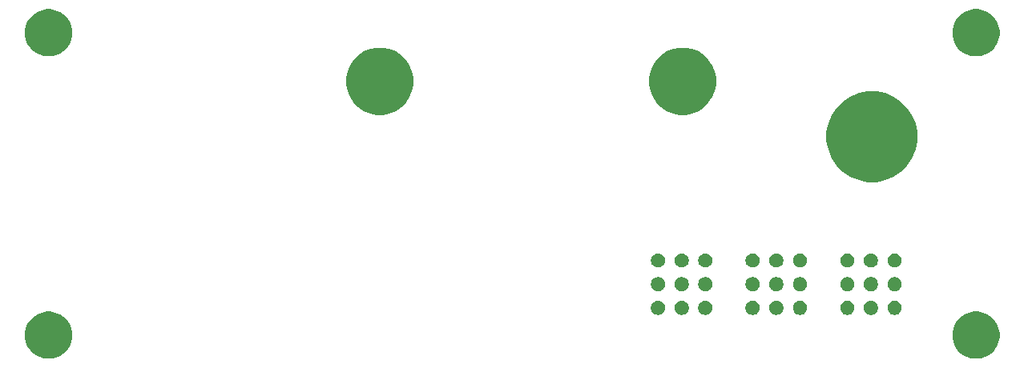
<source format=gts>
G04 #@! TF.GenerationSoftware,KiCad,Pcbnew,5.0.2-bee76a0~70~ubuntu16.04.1*
G04 #@! TF.CreationDate,2019-09-01T12:37:42-07:00*
G04 #@! TF.ProjectId,endcap,656e6463-6170-42e6-9b69-6361645f7063,rev?*
G04 #@! TF.SameCoordinates,PX2faf080PY2faf080*
G04 #@! TF.FileFunction,Soldermask,Top*
G04 #@! TF.FilePolarity,Negative*
%FSLAX46Y46*%
G04 Gerber Fmt 4.6, Leading zero omitted, Abs format (unit mm)*
G04 Created by KiCad (PCBNEW 5.0.2-bee76a0~70~ubuntu16.04.1) date Sun 01 Sep 2019 12:37:42 PM PDT*
%MOMM*%
%LPD*%
G01*
G04 APERTURE LIST*
%ADD10C,0.100000*%
G04 APERTURE END LIST*
D10*
G36*
X102487921Y-33547056D02*
X102729515Y-33595112D01*
X103184668Y-33783643D01*
X103588841Y-34053703D01*
X103594297Y-34057349D01*
X103942651Y-34405703D01*
X104216358Y-34815334D01*
X104404888Y-35270486D01*
X104501000Y-35753672D01*
X104501000Y-36246328D01*
X104404888Y-36729514D01*
X104216358Y-37184666D01*
X103942651Y-37594297D01*
X103594297Y-37942651D01*
X103594294Y-37942653D01*
X103184668Y-38216357D01*
X102729515Y-38404888D01*
X102487921Y-38452944D01*
X102246328Y-38501000D01*
X101753672Y-38501000D01*
X101512079Y-38452944D01*
X101270485Y-38404888D01*
X100815332Y-38216357D01*
X100405706Y-37942653D01*
X100405703Y-37942651D01*
X100057349Y-37594297D01*
X99783642Y-37184666D01*
X99595112Y-36729514D01*
X99499000Y-36246328D01*
X99499000Y-35753672D01*
X99595112Y-35270486D01*
X99783642Y-34815334D01*
X100057349Y-34405703D01*
X100405703Y-34057349D01*
X100411159Y-34053703D01*
X100815332Y-33783643D01*
X101270485Y-33595112D01*
X101512079Y-33547056D01*
X101753672Y-33499000D01*
X102246328Y-33499000D01*
X102487921Y-33547056D01*
X102487921Y-33547056D01*
G37*
G36*
X4487921Y-33547056D02*
X4729515Y-33595112D01*
X5184668Y-33783643D01*
X5588841Y-34053703D01*
X5594297Y-34057349D01*
X5942651Y-34405703D01*
X6216358Y-34815334D01*
X6404888Y-35270486D01*
X6501000Y-35753672D01*
X6501000Y-36246328D01*
X6404888Y-36729514D01*
X6216358Y-37184666D01*
X5942651Y-37594297D01*
X5594297Y-37942651D01*
X5594294Y-37942653D01*
X5184668Y-38216357D01*
X4729515Y-38404888D01*
X4487921Y-38452944D01*
X4246328Y-38501000D01*
X3753672Y-38501000D01*
X3512079Y-38452944D01*
X3270485Y-38404888D01*
X2815332Y-38216357D01*
X2405706Y-37942653D01*
X2405703Y-37942651D01*
X2057349Y-37594297D01*
X1783642Y-37184666D01*
X1595112Y-36729514D01*
X1499000Y-36246328D01*
X1499000Y-35753672D01*
X1595112Y-35270486D01*
X1783642Y-34815334D01*
X2057349Y-34405703D01*
X2405703Y-34057349D01*
X2411159Y-34053703D01*
X2815332Y-33783643D01*
X3270485Y-33595112D01*
X3512079Y-33547056D01*
X3753672Y-33499000D01*
X4246328Y-33499000D01*
X4487921Y-33547056D01*
X4487921Y-33547056D01*
G37*
G36*
X68532004Y-32360544D02*
X68619059Y-32377860D01*
X68755732Y-32434472D01*
X68755733Y-32434473D01*
X68878738Y-32516662D01*
X68983338Y-32621262D01*
X68983340Y-32621265D01*
X69065528Y-32744268D01*
X69122140Y-32880941D01*
X69151000Y-33026033D01*
X69151000Y-33173967D01*
X69122140Y-33319059D01*
X69065528Y-33455732D01*
X69065527Y-33455733D01*
X68983338Y-33578738D01*
X68878738Y-33683338D01*
X68878735Y-33683340D01*
X68755732Y-33765528D01*
X68619059Y-33822140D01*
X68532004Y-33839456D01*
X68473969Y-33851000D01*
X68326031Y-33851000D01*
X68267996Y-33839456D01*
X68180941Y-33822140D01*
X68044268Y-33765528D01*
X67921265Y-33683340D01*
X67921262Y-33683338D01*
X67816662Y-33578738D01*
X67734473Y-33455733D01*
X67734472Y-33455732D01*
X67677860Y-33319059D01*
X67649000Y-33173967D01*
X67649000Y-33026033D01*
X67677860Y-32880941D01*
X67734472Y-32744268D01*
X67816660Y-32621265D01*
X67816662Y-32621262D01*
X67921262Y-32516662D01*
X68044267Y-32434473D01*
X68044268Y-32434472D01*
X68180941Y-32377860D01*
X68267996Y-32360544D01*
X68326031Y-32349000D01*
X68473969Y-32349000D01*
X68532004Y-32360544D01*
X68532004Y-32360544D01*
G37*
G36*
X71032004Y-32360544D02*
X71119059Y-32377860D01*
X71255732Y-32434472D01*
X71255733Y-32434473D01*
X71378738Y-32516662D01*
X71483338Y-32621262D01*
X71483340Y-32621265D01*
X71565528Y-32744268D01*
X71622140Y-32880941D01*
X71651000Y-33026033D01*
X71651000Y-33173967D01*
X71622140Y-33319059D01*
X71565528Y-33455732D01*
X71565527Y-33455733D01*
X71483338Y-33578738D01*
X71378738Y-33683338D01*
X71378735Y-33683340D01*
X71255732Y-33765528D01*
X71119059Y-33822140D01*
X71032004Y-33839456D01*
X70973969Y-33851000D01*
X70826031Y-33851000D01*
X70767996Y-33839456D01*
X70680941Y-33822140D01*
X70544268Y-33765528D01*
X70421265Y-33683340D01*
X70421262Y-33683338D01*
X70316662Y-33578738D01*
X70234473Y-33455733D01*
X70234472Y-33455732D01*
X70177860Y-33319059D01*
X70149000Y-33173967D01*
X70149000Y-33026033D01*
X70177860Y-32880941D01*
X70234472Y-32744268D01*
X70316660Y-32621265D01*
X70316662Y-32621262D01*
X70421262Y-32516662D01*
X70544267Y-32434473D01*
X70544268Y-32434472D01*
X70680941Y-32377860D01*
X70767996Y-32360544D01*
X70826031Y-32349000D01*
X70973969Y-32349000D01*
X71032004Y-32360544D01*
X71032004Y-32360544D01*
G37*
G36*
X73532004Y-32360544D02*
X73619059Y-32377860D01*
X73755732Y-32434472D01*
X73755733Y-32434473D01*
X73878738Y-32516662D01*
X73983338Y-32621262D01*
X73983340Y-32621265D01*
X74065528Y-32744268D01*
X74122140Y-32880941D01*
X74151000Y-33026033D01*
X74151000Y-33173967D01*
X74122140Y-33319059D01*
X74065528Y-33455732D01*
X74065527Y-33455733D01*
X73983338Y-33578738D01*
X73878738Y-33683338D01*
X73878735Y-33683340D01*
X73755732Y-33765528D01*
X73619059Y-33822140D01*
X73532004Y-33839456D01*
X73473969Y-33851000D01*
X73326031Y-33851000D01*
X73267996Y-33839456D01*
X73180941Y-33822140D01*
X73044268Y-33765528D01*
X72921265Y-33683340D01*
X72921262Y-33683338D01*
X72816662Y-33578738D01*
X72734473Y-33455733D01*
X72734472Y-33455732D01*
X72677860Y-33319059D01*
X72649000Y-33173967D01*
X72649000Y-33026033D01*
X72677860Y-32880941D01*
X72734472Y-32744268D01*
X72816660Y-32621265D01*
X72816662Y-32621262D01*
X72921262Y-32516662D01*
X73044267Y-32434473D01*
X73044268Y-32434472D01*
X73180941Y-32377860D01*
X73267996Y-32360544D01*
X73326031Y-32349000D01*
X73473969Y-32349000D01*
X73532004Y-32360544D01*
X73532004Y-32360544D01*
G37*
G36*
X78532004Y-32360544D02*
X78619059Y-32377860D01*
X78755732Y-32434472D01*
X78755733Y-32434473D01*
X78878738Y-32516662D01*
X78983338Y-32621262D01*
X78983340Y-32621265D01*
X79065528Y-32744268D01*
X79122140Y-32880941D01*
X79151000Y-33026033D01*
X79151000Y-33173967D01*
X79122140Y-33319059D01*
X79065528Y-33455732D01*
X79065527Y-33455733D01*
X78983338Y-33578738D01*
X78878738Y-33683338D01*
X78878735Y-33683340D01*
X78755732Y-33765528D01*
X78619059Y-33822140D01*
X78532004Y-33839456D01*
X78473969Y-33851000D01*
X78326031Y-33851000D01*
X78267996Y-33839456D01*
X78180941Y-33822140D01*
X78044268Y-33765528D01*
X77921265Y-33683340D01*
X77921262Y-33683338D01*
X77816662Y-33578738D01*
X77734473Y-33455733D01*
X77734472Y-33455732D01*
X77677860Y-33319059D01*
X77649000Y-33173967D01*
X77649000Y-33026033D01*
X77677860Y-32880941D01*
X77734472Y-32744268D01*
X77816660Y-32621265D01*
X77816662Y-32621262D01*
X77921262Y-32516662D01*
X78044267Y-32434473D01*
X78044268Y-32434472D01*
X78180941Y-32377860D01*
X78267996Y-32360544D01*
X78326031Y-32349000D01*
X78473969Y-32349000D01*
X78532004Y-32360544D01*
X78532004Y-32360544D01*
G37*
G36*
X81032004Y-32360544D02*
X81119059Y-32377860D01*
X81255732Y-32434472D01*
X81255733Y-32434473D01*
X81378738Y-32516662D01*
X81483338Y-32621262D01*
X81483340Y-32621265D01*
X81565528Y-32744268D01*
X81622140Y-32880941D01*
X81651000Y-33026033D01*
X81651000Y-33173967D01*
X81622140Y-33319059D01*
X81565528Y-33455732D01*
X81565527Y-33455733D01*
X81483338Y-33578738D01*
X81378738Y-33683338D01*
X81378735Y-33683340D01*
X81255732Y-33765528D01*
X81119059Y-33822140D01*
X81032004Y-33839456D01*
X80973969Y-33851000D01*
X80826031Y-33851000D01*
X80767996Y-33839456D01*
X80680941Y-33822140D01*
X80544268Y-33765528D01*
X80421265Y-33683340D01*
X80421262Y-33683338D01*
X80316662Y-33578738D01*
X80234473Y-33455733D01*
X80234472Y-33455732D01*
X80177860Y-33319059D01*
X80149000Y-33173967D01*
X80149000Y-33026033D01*
X80177860Y-32880941D01*
X80234472Y-32744268D01*
X80316660Y-32621265D01*
X80316662Y-32621262D01*
X80421262Y-32516662D01*
X80544267Y-32434473D01*
X80544268Y-32434472D01*
X80680941Y-32377860D01*
X80767996Y-32360544D01*
X80826031Y-32349000D01*
X80973969Y-32349000D01*
X81032004Y-32360544D01*
X81032004Y-32360544D01*
G37*
G36*
X83532004Y-32360544D02*
X83619059Y-32377860D01*
X83755732Y-32434472D01*
X83755733Y-32434473D01*
X83878738Y-32516662D01*
X83983338Y-32621262D01*
X83983340Y-32621265D01*
X84065528Y-32744268D01*
X84122140Y-32880941D01*
X84151000Y-33026033D01*
X84151000Y-33173967D01*
X84122140Y-33319059D01*
X84065528Y-33455732D01*
X84065527Y-33455733D01*
X83983338Y-33578738D01*
X83878738Y-33683338D01*
X83878735Y-33683340D01*
X83755732Y-33765528D01*
X83619059Y-33822140D01*
X83532004Y-33839456D01*
X83473969Y-33851000D01*
X83326031Y-33851000D01*
X83267996Y-33839456D01*
X83180941Y-33822140D01*
X83044268Y-33765528D01*
X82921265Y-33683340D01*
X82921262Y-33683338D01*
X82816662Y-33578738D01*
X82734473Y-33455733D01*
X82734472Y-33455732D01*
X82677860Y-33319059D01*
X82649000Y-33173967D01*
X82649000Y-33026033D01*
X82677860Y-32880941D01*
X82734472Y-32744268D01*
X82816660Y-32621265D01*
X82816662Y-32621262D01*
X82921262Y-32516662D01*
X83044267Y-32434473D01*
X83044268Y-32434472D01*
X83180941Y-32377860D01*
X83267996Y-32360544D01*
X83326031Y-32349000D01*
X83473969Y-32349000D01*
X83532004Y-32360544D01*
X83532004Y-32360544D01*
G37*
G36*
X88532004Y-32360544D02*
X88619059Y-32377860D01*
X88755732Y-32434472D01*
X88755733Y-32434473D01*
X88878738Y-32516662D01*
X88983338Y-32621262D01*
X88983340Y-32621265D01*
X89065528Y-32744268D01*
X89122140Y-32880941D01*
X89151000Y-33026033D01*
X89151000Y-33173967D01*
X89122140Y-33319059D01*
X89065528Y-33455732D01*
X89065527Y-33455733D01*
X88983338Y-33578738D01*
X88878738Y-33683338D01*
X88878735Y-33683340D01*
X88755732Y-33765528D01*
X88619059Y-33822140D01*
X88532004Y-33839456D01*
X88473969Y-33851000D01*
X88326031Y-33851000D01*
X88267996Y-33839456D01*
X88180941Y-33822140D01*
X88044268Y-33765528D01*
X87921265Y-33683340D01*
X87921262Y-33683338D01*
X87816662Y-33578738D01*
X87734473Y-33455733D01*
X87734472Y-33455732D01*
X87677860Y-33319059D01*
X87649000Y-33173967D01*
X87649000Y-33026033D01*
X87677860Y-32880941D01*
X87734472Y-32744268D01*
X87816660Y-32621265D01*
X87816662Y-32621262D01*
X87921262Y-32516662D01*
X88044267Y-32434473D01*
X88044268Y-32434472D01*
X88180941Y-32377860D01*
X88267996Y-32360544D01*
X88326031Y-32349000D01*
X88473969Y-32349000D01*
X88532004Y-32360544D01*
X88532004Y-32360544D01*
G37*
G36*
X91032004Y-32360544D02*
X91119059Y-32377860D01*
X91255732Y-32434472D01*
X91255733Y-32434473D01*
X91378738Y-32516662D01*
X91483338Y-32621262D01*
X91483340Y-32621265D01*
X91565528Y-32744268D01*
X91622140Y-32880941D01*
X91651000Y-33026033D01*
X91651000Y-33173967D01*
X91622140Y-33319059D01*
X91565528Y-33455732D01*
X91565527Y-33455733D01*
X91483338Y-33578738D01*
X91378738Y-33683338D01*
X91378735Y-33683340D01*
X91255732Y-33765528D01*
X91119059Y-33822140D01*
X91032004Y-33839456D01*
X90973969Y-33851000D01*
X90826031Y-33851000D01*
X90767996Y-33839456D01*
X90680941Y-33822140D01*
X90544268Y-33765528D01*
X90421265Y-33683340D01*
X90421262Y-33683338D01*
X90316662Y-33578738D01*
X90234473Y-33455733D01*
X90234472Y-33455732D01*
X90177860Y-33319059D01*
X90149000Y-33173967D01*
X90149000Y-33026033D01*
X90177860Y-32880941D01*
X90234472Y-32744268D01*
X90316660Y-32621265D01*
X90316662Y-32621262D01*
X90421262Y-32516662D01*
X90544267Y-32434473D01*
X90544268Y-32434472D01*
X90680941Y-32377860D01*
X90767996Y-32360544D01*
X90826031Y-32349000D01*
X90973969Y-32349000D01*
X91032004Y-32360544D01*
X91032004Y-32360544D01*
G37*
G36*
X93532004Y-32360544D02*
X93619059Y-32377860D01*
X93755732Y-32434472D01*
X93755733Y-32434473D01*
X93878738Y-32516662D01*
X93983338Y-32621262D01*
X93983340Y-32621265D01*
X94065528Y-32744268D01*
X94122140Y-32880941D01*
X94151000Y-33026033D01*
X94151000Y-33173967D01*
X94122140Y-33319059D01*
X94065528Y-33455732D01*
X94065527Y-33455733D01*
X93983338Y-33578738D01*
X93878738Y-33683338D01*
X93878735Y-33683340D01*
X93755732Y-33765528D01*
X93619059Y-33822140D01*
X93532004Y-33839456D01*
X93473969Y-33851000D01*
X93326031Y-33851000D01*
X93267996Y-33839456D01*
X93180941Y-33822140D01*
X93044268Y-33765528D01*
X92921265Y-33683340D01*
X92921262Y-33683338D01*
X92816662Y-33578738D01*
X92734473Y-33455733D01*
X92734472Y-33455732D01*
X92677860Y-33319059D01*
X92649000Y-33173967D01*
X92649000Y-33026033D01*
X92677860Y-32880941D01*
X92734472Y-32744268D01*
X92816660Y-32621265D01*
X92816662Y-32621262D01*
X92921262Y-32516662D01*
X93044267Y-32434473D01*
X93044268Y-32434472D01*
X93180941Y-32377860D01*
X93267996Y-32360544D01*
X93326031Y-32349000D01*
X93473969Y-32349000D01*
X93532004Y-32360544D01*
X93532004Y-32360544D01*
G37*
G36*
X68532004Y-29860544D02*
X68619059Y-29877860D01*
X68755732Y-29934472D01*
X68755733Y-29934473D01*
X68878738Y-30016662D01*
X68983338Y-30121262D01*
X68983340Y-30121265D01*
X69065528Y-30244268D01*
X69122140Y-30380941D01*
X69151000Y-30526033D01*
X69151000Y-30673967D01*
X69122140Y-30819059D01*
X69065528Y-30955732D01*
X69065527Y-30955733D01*
X68983338Y-31078738D01*
X68878738Y-31183338D01*
X68878735Y-31183340D01*
X68755732Y-31265528D01*
X68619059Y-31322140D01*
X68532004Y-31339456D01*
X68473969Y-31351000D01*
X68326031Y-31351000D01*
X68267996Y-31339456D01*
X68180941Y-31322140D01*
X68044268Y-31265528D01*
X67921265Y-31183340D01*
X67921262Y-31183338D01*
X67816662Y-31078738D01*
X67734473Y-30955733D01*
X67734472Y-30955732D01*
X67677860Y-30819059D01*
X67649000Y-30673967D01*
X67649000Y-30526033D01*
X67677860Y-30380941D01*
X67734472Y-30244268D01*
X67816660Y-30121265D01*
X67816662Y-30121262D01*
X67921262Y-30016662D01*
X68044267Y-29934473D01*
X68044268Y-29934472D01*
X68180941Y-29877860D01*
X68267996Y-29860544D01*
X68326031Y-29849000D01*
X68473969Y-29849000D01*
X68532004Y-29860544D01*
X68532004Y-29860544D01*
G37*
G36*
X73532004Y-29860544D02*
X73619059Y-29877860D01*
X73755732Y-29934472D01*
X73755733Y-29934473D01*
X73878738Y-30016662D01*
X73983338Y-30121262D01*
X73983340Y-30121265D01*
X74065528Y-30244268D01*
X74122140Y-30380941D01*
X74151000Y-30526033D01*
X74151000Y-30673967D01*
X74122140Y-30819059D01*
X74065528Y-30955732D01*
X74065527Y-30955733D01*
X73983338Y-31078738D01*
X73878738Y-31183338D01*
X73878735Y-31183340D01*
X73755732Y-31265528D01*
X73619059Y-31322140D01*
X73532004Y-31339456D01*
X73473969Y-31351000D01*
X73326031Y-31351000D01*
X73267996Y-31339456D01*
X73180941Y-31322140D01*
X73044268Y-31265528D01*
X72921265Y-31183340D01*
X72921262Y-31183338D01*
X72816662Y-31078738D01*
X72734473Y-30955733D01*
X72734472Y-30955732D01*
X72677860Y-30819059D01*
X72649000Y-30673967D01*
X72649000Y-30526033D01*
X72677860Y-30380941D01*
X72734472Y-30244268D01*
X72816660Y-30121265D01*
X72816662Y-30121262D01*
X72921262Y-30016662D01*
X73044267Y-29934473D01*
X73044268Y-29934472D01*
X73180941Y-29877860D01*
X73267996Y-29860544D01*
X73326031Y-29849000D01*
X73473969Y-29849000D01*
X73532004Y-29860544D01*
X73532004Y-29860544D01*
G37*
G36*
X71032004Y-29860544D02*
X71119059Y-29877860D01*
X71255732Y-29934472D01*
X71255733Y-29934473D01*
X71378738Y-30016662D01*
X71483338Y-30121262D01*
X71483340Y-30121265D01*
X71565528Y-30244268D01*
X71622140Y-30380941D01*
X71651000Y-30526033D01*
X71651000Y-30673967D01*
X71622140Y-30819059D01*
X71565528Y-30955732D01*
X71565527Y-30955733D01*
X71483338Y-31078738D01*
X71378738Y-31183338D01*
X71378735Y-31183340D01*
X71255732Y-31265528D01*
X71119059Y-31322140D01*
X71032004Y-31339456D01*
X70973969Y-31351000D01*
X70826031Y-31351000D01*
X70767996Y-31339456D01*
X70680941Y-31322140D01*
X70544268Y-31265528D01*
X70421265Y-31183340D01*
X70421262Y-31183338D01*
X70316662Y-31078738D01*
X70234473Y-30955733D01*
X70234472Y-30955732D01*
X70177860Y-30819059D01*
X70149000Y-30673967D01*
X70149000Y-30526033D01*
X70177860Y-30380941D01*
X70234472Y-30244268D01*
X70316660Y-30121265D01*
X70316662Y-30121262D01*
X70421262Y-30016662D01*
X70544267Y-29934473D01*
X70544268Y-29934472D01*
X70680941Y-29877860D01*
X70767996Y-29860544D01*
X70826031Y-29849000D01*
X70973969Y-29849000D01*
X71032004Y-29860544D01*
X71032004Y-29860544D01*
G37*
G36*
X81032004Y-29860544D02*
X81119059Y-29877860D01*
X81255732Y-29934472D01*
X81255733Y-29934473D01*
X81378738Y-30016662D01*
X81483338Y-30121262D01*
X81483340Y-30121265D01*
X81565528Y-30244268D01*
X81622140Y-30380941D01*
X81651000Y-30526033D01*
X81651000Y-30673967D01*
X81622140Y-30819059D01*
X81565528Y-30955732D01*
X81565527Y-30955733D01*
X81483338Y-31078738D01*
X81378738Y-31183338D01*
X81378735Y-31183340D01*
X81255732Y-31265528D01*
X81119059Y-31322140D01*
X81032004Y-31339456D01*
X80973969Y-31351000D01*
X80826031Y-31351000D01*
X80767996Y-31339456D01*
X80680941Y-31322140D01*
X80544268Y-31265528D01*
X80421265Y-31183340D01*
X80421262Y-31183338D01*
X80316662Y-31078738D01*
X80234473Y-30955733D01*
X80234472Y-30955732D01*
X80177860Y-30819059D01*
X80149000Y-30673967D01*
X80149000Y-30526033D01*
X80177860Y-30380941D01*
X80234472Y-30244268D01*
X80316660Y-30121265D01*
X80316662Y-30121262D01*
X80421262Y-30016662D01*
X80544267Y-29934473D01*
X80544268Y-29934472D01*
X80680941Y-29877860D01*
X80767996Y-29860544D01*
X80826031Y-29849000D01*
X80973969Y-29849000D01*
X81032004Y-29860544D01*
X81032004Y-29860544D01*
G37*
G36*
X88532004Y-29860544D02*
X88619059Y-29877860D01*
X88755732Y-29934472D01*
X88755733Y-29934473D01*
X88878738Y-30016662D01*
X88983338Y-30121262D01*
X88983340Y-30121265D01*
X89065528Y-30244268D01*
X89122140Y-30380941D01*
X89151000Y-30526033D01*
X89151000Y-30673967D01*
X89122140Y-30819059D01*
X89065528Y-30955732D01*
X89065527Y-30955733D01*
X88983338Y-31078738D01*
X88878738Y-31183338D01*
X88878735Y-31183340D01*
X88755732Y-31265528D01*
X88619059Y-31322140D01*
X88532004Y-31339456D01*
X88473969Y-31351000D01*
X88326031Y-31351000D01*
X88267996Y-31339456D01*
X88180941Y-31322140D01*
X88044268Y-31265528D01*
X87921265Y-31183340D01*
X87921262Y-31183338D01*
X87816662Y-31078738D01*
X87734473Y-30955733D01*
X87734472Y-30955732D01*
X87677860Y-30819059D01*
X87649000Y-30673967D01*
X87649000Y-30526033D01*
X87677860Y-30380941D01*
X87734472Y-30244268D01*
X87816660Y-30121265D01*
X87816662Y-30121262D01*
X87921262Y-30016662D01*
X88044267Y-29934473D01*
X88044268Y-29934472D01*
X88180941Y-29877860D01*
X88267996Y-29860544D01*
X88326031Y-29849000D01*
X88473969Y-29849000D01*
X88532004Y-29860544D01*
X88532004Y-29860544D01*
G37*
G36*
X93532004Y-29860544D02*
X93619059Y-29877860D01*
X93755732Y-29934472D01*
X93755733Y-29934473D01*
X93878738Y-30016662D01*
X93983338Y-30121262D01*
X93983340Y-30121265D01*
X94065528Y-30244268D01*
X94122140Y-30380941D01*
X94151000Y-30526033D01*
X94151000Y-30673967D01*
X94122140Y-30819059D01*
X94065528Y-30955732D01*
X94065527Y-30955733D01*
X93983338Y-31078738D01*
X93878738Y-31183338D01*
X93878735Y-31183340D01*
X93755732Y-31265528D01*
X93619059Y-31322140D01*
X93532004Y-31339456D01*
X93473969Y-31351000D01*
X93326031Y-31351000D01*
X93267996Y-31339456D01*
X93180941Y-31322140D01*
X93044268Y-31265528D01*
X92921265Y-31183340D01*
X92921262Y-31183338D01*
X92816662Y-31078738D01*
X92734473Y-30955733D01*
X92734472Y-30955732D01*
X92677860Y-30819059D01*
X92649000Y-30673967D01*
X92649000Y-30526033D01*
X92677860Y-30380941D01*
X92734472Y-30244268D01*
X92816660Y-30121265D01*
X92816662Y-30121262D01*
X92921262Y-30016662D01*
X93044267Y-29934473D01*
X93044268Y-29934472D01*
X93180941Y-29877860D01*
X93267996Y-29860544D01*
X93326031Y-29849000D01*
X93473969Y-29849000D01*
X93532004Y-29860544D01*
X93532004Y-29860544D01*
G37*
G36*
X83532004Y-29860544D02*
X83619059Y-29877860D01*
X83755732Y-29934472D01*
X83755733Y-29934473D01*
X83878738Y-30016662D01*
X83983338Y-30121262D01*
X83983340Y-30121265D01*
X84065528Y-30244268D01*
X84122140Y-30380941D01*
X84151000Y-30526033D01*
X84151000Y-30673967D01*
X84122140Y-30819059D01*
X84065528Y-30955732D01*
X84065527Y-30955733D01*
X83983338Y-31078738D01*
X83878738Y-31183338D01*
X83878735Y-31183340D01*
X83755732Y-31265528D01*
X83619059Y-31322140D01*
X83532004Y-31339456D01*
X83473969Y-31351000D01*
X83326031Y-31351000D01*
X83267996Y-31339456D01*
X83180941Y-31322140D01*
X83044268Y-31265528D01*
X82921265Y-31183340D01*
X82921262Y-31183338D01*
X82816662Y-31078738D01*
X82734473Y-30955733D01*
X82734472Y-30955732D01*
X82677860Y-30819059D01*
X82649000Y-30673967D01*
X82649000Y-30526033D01*
X82677860Y-30380941D01*
X82734472Y-30244268D01*
X82816660Y-30121265D01*
X82816662Y-30121262D01*
X82921262Y-30016662D01*
X83044267Y-29934473D01*
X83044268Y-29934472D01*
X83180941Y-29877860D01*
X83267996Y-29860544D01*
X83326031Y-29849000D01*
X83473969Y-29849000D01*
X83532004Y-29860544D01*
X83532004Y-29860544D01*
G37*
G36*
X91032004Y-29860544D02*
X91119059Y-29877860D01*
X91255732Y-29934472D01*
X91255733Y-29934473D01*
X91378738Y-30016662D01*
X91483338Y-30121262D01*
X91483340Y-30121265D01*
X91565528Y-30244268D01*
X91622140Y-30380941D01*
X91651000Y-30526033D01*
X91651000Y-30673967D01*
X91622140Y-30819059D01*
X91565528Y-30955732D01*
X91565527Y-30955733D01*
X91483338Y-31078738D01*
X91378738Y-31183338D01*
X91378735Y-31183340D01*
X91255732Y-31265528D01*
X91119059Y-31322140D01*
X91032004Y-31339456D01*
X90973969Y-31351000D01*
X90826031Y-31351000D01*
X90767996Y-31339456D01*
X90680941Y-31322140D01*
X90544268Y-31265528D01*
X90421265Y-31183340D01*
X90421262Y-31183338D01*
X90316662Y-31078738D01*
X90234473Y-30955733D01*
X90234472Y-30955732D01*
X90177860Y-30819059D01*
X90149000Y-30673967D01*
X90149000Y-30526033D01*
X90177860Y-30380941D01*
X90234472Y-30244268D01*
X90316660Y-30121265D01*
X90316662Y-30121262D01*
X90421262Y-30016662D01*
X90544267Y-29934473D01*
X90544268Y-29934472D01*
X90680941Y-29877860D01*
X90767996Y-29860544D01*
X90826031Y-29849000D01*
X90973969Y-29849000D01*
X91032004Y-29860544D01*
X91032004Y-29860544D01*
G37*
G36*
X78532004Y-29860544D02*
X78619059Y-29877860D01*
X78755732Y-29934472D01*
X78755733Y-29934473D01*
X78878738Y-30016662D01*
X78983338Y-30121262D01*
X78983340Y-30121265D01*
X79065528Y-30244268D01*
X79122140Y-30380941D01*
X79151000Y-30526033D01*
X79151000Y-30673967D01*
X79122140Y-30819059D01*
X79065528Y-30955732D01*
X79065527Y-30955733D01*
X78983338Y-31078738D01*
X78878738Y-31183338D01*
X78878735Y-31183340D01*
X78755732Y-31265528D01*
X78619059Y-31322140D01*
X78532004Y-31339456D01*
X78473969Y-31351000D01*
X78326031Y-31351000D01*
X78267996Y-31339456D01*
X78180941Y-31322140D01*
X78044268Y-31265528D01*
X77921265Y-31183340D01*
X77921262Y-31183338D01*
X77816662Y-31078738D01*
X77734473Y-30955733D01*
X77734472Y-30955732D01*
X77677860Y-30819059D01*
X77649000Y-30673967D01*
X77649000Y-30526033D01*
X77677860Y-30380941D01*
X77734472Y-30244268D01*
X77816660Y-30121265D01*
X77816662Y-30121262D01*
X77921262Y-30016662D01*
X78044267Y-29934473D01*
X78044268Y-29934472D01*
X78180941Y-29877860D01*
X78267996Y-29860544D01*
X78326031Y-29849000D01*
X78473969Y-29849000D01*
X78532004Y-29860544D01*
X78532004Y-29860544D01*
G37*
G36*
X91032004Y-27360544D02*
X91119059Y-27377860D01*
X91255732Y-27434472D01*
X91255733Y-27434473D01*
X91378738Y-27516662D01*
X91483338Y-27621262D01*
X91483340Y-27621265D01*
X91565528Y-27744268D01*
X91622140Y-27880941D01*
X91651000Y-28026033D01*
X91651000Y-28173967D01*
X91622140Y-28319059D01*
X91565528Y-28455732D01*
X91565527Y-28455733D01*
X91483338Y-28578738D01*
X91378738Y-28683338D01*
X91378735Y-28683340D01*
X91255732Y-28765528D01*
X91119059Y-28822140D01*
X91032004Y-28839456D01*
X90973969Y-28851000D01*
X90826031Y-28851000D01*
X90767996Y-28839456D01*
X90680941Y-28822140D01*
X90544268Y-28765528D01*
X90421265Y-28683340D01*
X90421262Y-28683338D01*
X90316662Y-28578738D01*
X90234473Y-28455733D01*
X90234472Y-28455732D01*
X90177860Y-28319059D01*
X90149000Y-28173967D01*
X90149000Y-28026033D01*
X90177860Y-27880941D01*
X90234472Y-27744268D01*
X90316660Y-27621265D01*
X90316662Y-27621262D01*
X90421262Y-27516662D01*
X90544267Y-27434473D01*
X90544268Y-27434472D01*
X90680941Y-27377860D01*
X90767996Y-27360544D01*
X90826031Y-27349000D01*
X90973969Y-27349000D01*
X91032004Y-27360544D01*
X91032004Y-27360544D01*
G37*
G36*
X68532004Y-27360544D02*
X68619059Y-27377860D01*
X68755732Y-27434472D01*
X68755733Y-27434473D01*
X68878738Y-27516662D01*
X68983338Y-27621262D01*
X68983340Y-27621265D01*
X69065528Y-27744268D01*
X69122140Y-27880941D01*
X69151000Y-28026033D01*
X69151000Y-28173967D01*
X69122140Y-28319059D01*
X69065528Y-28455732D01*
X69065527Y-28455733D01*
X68983338Y-28578738D01*
X68878738Y-28683338D01*
X68878735Y-28683340D01*
X68755732Y-28765528D01*
X68619059Y-28822140D01*
X68532004Y-28839456D01*
X68473969Y-28851000D01*
X68326031Y-28851000D01*
X68267996Y-28839456D01*
X68180941Y-28822140D01*
X68044268Y-28765528D01*
X67921265Y-28683340D01*
X67921262Y-28683338D01*
X67816662Y-28578738D01*
X67734473Y-28455733D01*
X67734472Y-28455732D01*
X67677860Y-28319059D01*
X67649000Y-28173967D01*
X67649000Y-28026033D01*
X67677860Y-27880941D01*
X67734472Y-27744268D01*
X67816660Y-27621265D01*
X67816662Y-27621262D01*
X67921262Y-27516662D01*
X68044267Y-27434473D01*
X68044268Y-27434472D01*
X68180941Y-27377860D01*
X68267996Y-27360544D01*
X68326031Y-27349000D01*
X68473969Y-27349000D01*
X68532004Y-27360544D01*
X68532004Y-27360544D01*
G37*
G36*
X71032004Y-27360544D02*
X71119059Y-27377860D01*
X71255732Y-27434472D01*
X71255733Y-27434473D01*
X71378738Y-27516662D01*
X71483338Y-27621262D01*
X71483340Y-27621265D01*
X71565528Y-27744268D01*
X71622140Y-27880941D01*
X71651000Y-28026033D01*
X71651000Y-28173967D01*
X71622140Y-28319059D01*
X71565528Y-28455732D01*
X71565527Y-28455733D01*
X71483338Y-28578738D01*
X71378738Y-28683338D01*
X71378735Y-28683340D01*
X71255732Y-28765528D01*
X71119059Y-28822140D01*
X71032004Y-28839456D01*
X70973969Y-28851000D01*
X70826031Y-28851000D01*
X70767996Y-28839456D01*
X70680941Y-28822140D01*
X70544268Y-28765528D01*
X70421265Y-28683340D01*
X70421262Y-28683338D01*
X70316662Y-28578738D01*
X70234473Y-28455733D01*
X70234472Y-28455732D01*
X70177860Y-28319059D01*
X70149000Y-28173967D01*
X70149000Y-28026033D01*
X70177860Y-27880941D01*
X70234472Y-27744268D01*
X70316660Y-27621265D01*
X70316662Y-27621262D01*
X70421262Y-27516662D01*
X70544267Y-27434473D01*
X70544268Y-27434472D01*
X70680941Y-27377860D01*
X70767996Y-27360544D01*
X70826031Y-27349000D01*
X70973969Y-27349000D01*
X71032004Y-27360544D01*
X71032004Y-27360544D01*
G37*
G36*
X73532004Y-27360544D02*
X73619059Y-27377860D01*
X73755732Y-27434472D01*
X73755733Y-27434473D01*
X73878738Y-27516662D01*
X73983338Y-27621262D01*
X73983340Y-27621265D01*
X74065528Y-27744268D01*
X74122140Y-27880941D01*
X74151000Y-28026033D01*
X74151000Y-28173967D01*
X74122140Y-28319059D01*
X74065528Y-28455732D01*
X74065527Y-28455733D01*
X73983338Y-28578738D01*
X73878738Y-28683338D01*
X73878735Y-28683340D01*
X73755732Y-28765528D01*
X73619059Y-28822140D01*
X73532004Y-28839456D01*
X73473969Y-28851000D01*
X73326031Y-28851000D01*
X73267996Y-28839456D01*
X73180941Y-28822140D01*
X73044268Y-28765528D01*
X72921265Y-28683340D01*
X72921262Y-28683338D01*
X72816662Y-28578738D01*
X72734473Y-28455733D01*
X72734472Y-28455732D01*
X72677860Y-28319059D01*
X72649000Y-28173967D01*
X72649000Y-28026033D01*
X72677860Y-27880941D01*
X72734472Y-27744268D01*
X72816660Y-27621265D01*
X72816662Y-27621262D01*
X72921262Y-27516662D01*
X73044267Y-27434473D01*
X73044268Y-27434472D01*
X73180941Y-27377860D01*
X73267996Y-27360544D01*
X73326031Y-27349000D01*
X73473969Y-27349000D01*
X73532004Y-27360544D01*
X73532004Y-27360544D01*
G37*
G36*
X93532004Y-27360544D02*
X93619059Y-27377860D01*
X93755732Y-27434472D01*
X93755733Y-27434473D01*
X93878738Y-27516662D01*
X93983338Y-27621262D01*
X93983340Y-27621265D01*
X94065528Y-27744268D01*
X94122140Y-27880941D01*
X94151000Y-28026033D01*
X94151000Y-28173967D01*
X94122140Y-28319059D01*
X94065528Y-28455732D01*
X94065527Y-28455733D01*
X93983338Y-28578738D01*
X93878738Y-28683338D01*
X93878735Y-28683340D01*
X93755732Y-28765528D01*
X93619059Y-28822140D01*
X93532004Y-28839456D01*
X93473969Y-28851000D01*
X93326031Y-28851000D01*
X93267996Y-28839456D01*
X93180941Y-28822140D01*
X93044268Y-28765528D01*
X92921265Y-28683340D01*
X92921262Y-28683338D01*
X92816662Y-28578738D01*
X92734473Y-28455733D01*
X92734472Y-28455732D01*
X92677860Y-28319059D01*
X92649000Y-28173967D01*
X92649000Y-28026033D01*
X92677860Y-27880941D01*
X92734472Y-27744268D01*
X92816660Y-27621265D01*
X92816662Y-27621262D01*
X92921262Y-27516662D01*
X93044267Y-27434473D01*
X93044268Y-27434472D01*
X93180941Y-27377860D01*
X93267996Y-27360544D01*
X93326031Y-27349000D01*
X93473969Y-27349000D01*
X93532004Y-27360544D01*
X93532004Y-27360544D01*
G37*
G36*
X88532004Y-27360544D02*
X88619059Y-27377860D01*
X88755732Y-27434472D01*
X88755733Y-27434473D01*
X88878738Y-27516662D01*
X88983338Y-27621262D01*
X88983340Y-27621265D01*
X89065528Y-27744268D01*
X89122140Y-27880941D01*
X89151000Y-28026033D01*
X89151000Y-28173967D01*
X89122140Y-28319059D01*
X89065528Y-28455732D01*
X89065527Y-28455733D01*
X88983338Y-28578738D01*
X88878738Y-28683338D01*
X88878735Y-28683340D01*
X88755732Y-28765528D01*
X88619059Y-28822140D01*
X88532004Y-28839456D01*
X88473969Y-28851000D01*
X88326031Y-28851000D01*
X88267996Y-28839456D01*
X88180941Y-28822140D01*
X88044268Y-28765528D01*
X87921265Y-28683340D01*
X87921262Y-28683338D01*
X87816662Y-28578738D01*
X87734473Y-28455733D01*
X87734472Y-28455732D01*
X87677860Y-28319059D01*
X87649000Y-28173967D01*
X87649000Y-28026033D01*
X87677860Y-27880941D01*
X87734472Y-27744268D01*
X87816660Y-27621265D01*
X87816662Y-27621262D01*
X87921262Y-27516662D01*
X88044267Y-27434473D01*
X88044268Y-27434472D01*
X88180941Y-27377860D01*
X88267996Y-27360544D01*
X88326031Y-27349000D01*
X88473969Y-27349000D01*
X88532004Y-27360544D01*
X88532004Y-27360544D01*
G37*
G36*
X83532004Y-27360544D02*
X83619059Y-27377860D01*
X83755732Y-27434472D01*
X83755733Y-27434473D01*
X83878738Y-27516662D01*
X83983338Y-27621262D01*
X83983340Y-27621265D01*
X84065528Y-27744268D01*
X84122140Y-27880941D01*
X84151000Y-28026033D01*
X84151000Y-28173967D01*
X84122140Y-28319059D01*
X84065528Y-28455732D01*
X84065527Y-28455733D01*
X83983338Y-28578738D01*
X83878738Y-28683338D01*
X83878735Y-28683340D01*
X83755732Y-28765528D01*
X83619059Y-28822140D01*
X83532004Y-28839456D01*
X83473969Y-28851000D01*
X83326031Y-28851000D01*
X83267996Y-28839456D01*
X83180941Y-28822140D01*
X83044268Y-28765528D01*
X82921265Y-28683340D01*
X82921262Y-28683338D01*
X82816662Y-28578738D01*
X82734473Y-28455733D01*
X82734472Y-28455732D01*
X82677860Y-28319059D01*
X82649000Y-28173967D01*
X82649000Y-28026033D01*
X82677860Y-27880941D01*
X82734472Y-27744268D01*
X82816660Y-27621265D01*
X82816662Y-27621262D01*
X82921262Y-27516662D01*
X83044267Y-27434473D01*
X83044268Y-27434472D01*
X83180941Y-27377860D01*
X83267996Y-27360544D01*
X83326031Y-27349000D01*
X83473969Y-27349000D01*
X83532004Y-27360544D01*
X83532004Y-27360544D01*
G37*
G36*
X81032004Y-27360544D02*
X81119059Y-27377860D01*
X81255732Y-27434472D01*
X81255733Y-27434473D01*
X81378738Y-27516662D01*
X81483338Y-27621262D01*
X81483340Y-27621265D01*
X81565528Y-27744268D01*
X81622140Y-27880941D01*
X81651000Y-28026033D01*
X81651000Y-28173967D01*
X81622140Y-28319059D01*
X81565528Y-28455732D01*
X81565527Y-28455733D01*
X81483338Y-28578738D01*
X81378738Y-28683338D01*
X81378735Y-28683340D01*
X81255732Y-28765528D01*
X81119059Y-28822140D01*
X81032004Y-28839456D01*
X80973969Y-28851000D01*
X80826031Y-28851000D01*
X80767996Y-28839456D01*
X80680941Y-28822140D01*
X80544268Y-28765528D01*
X80421265Y-28683340D01*
X80421262Y-28683338D01*
X80316662Y-28578738D01*
X80234473Y-28455733D01*
X80234472Y-28455732D01*
X80177860Y-28319059D01*
X80149000Y-28173967D01*
X80149000Y-28026033D01*
X80177860Y-27880941D01*
X80234472Y-27744268D01*
X80316660Y-27621265D01*
X80316662Y-27621262D01*
X80421262Y-27516662D01*
X80544267Y-27434473D01*
X80544268Y-27434472D01*
X80680941Y-27377860D01*
X80767996Y-27360544D01*
X80826031Y-27349000D01*
X80973969Y-27349000D01*
X81032004Y-27360544D01*
X81032004Y-27360544D01*
G37*
G36*
X78532004Y-27360544D02*
X78619059Y-27377860D01*
X78755732Y-27434472D01*
X78755733Y-27434473D01*
X78878738Y-27516662D01*
X78983338Y-27621262D01*
X78983340Y-27621265D01*
X79065528Y-27744268D01*
X79122140Y-27880941D01*
X79151000Y-28026033D01*
X79151000Y-28173967D01*
X79122140Y-28319059D01*
X79065528Y-28455732D01*
X79065527Y-28455733D01*
X78983338Y-28578738D01*
X78878738Y-28683338D01*
X78878735Y-28683340D01*
X78755732Y-28765528D01*
X78619059Y-28822140D01*
X78532004Y-28839456D01*
X78473969Y-28851000D01*
X78326031Y-28851000D01*
X78267996Y-28839456D01*
X78180941Y-28822140D01*
X78044268Y-28765528D01*
X77921265Y-28683340D01*
X77921262Y-28683338D01*
X77816662Y-28578738D01*
X77734473Y-28455733D01*
X77734472Y-28455732D01*
X77677860Y-28319059D01*
X77649000Y-28173967D01*
X77649000Y-28026033D01*
X77677860Y-27880941D01*
X77734472Y-27744268D01*
X77816660Y-27621265D01*
X77816662Y-27621262D01*
X77921262Y-27516662D01*
X78044267Y-27434473D01*
X78044268Y-27434472D01*
X78180941Y-27377860D01*
X78267996Y-27360544D01*
X78326031Y-27349000D01*
X78473969Y-27349000D01*
X78532004Y-27360544D01*
X78532004Y-27360544D01*
G37*
G36*
X92400399Y-10383499D02*
X93274125Y-10745408D01*
X94060462Y-11270822D01*
X94729178Y-11939538D01*
X95254592Y-12725875D01*
X95616501Y-13599601D01*
X95801000Y-14527141D01*
X95801000Y-15472859D01*
X95616501Y-16400399D01*
X95254592Y-17274125D01*
X94729178Y-18060462D01*
X94060462Y-18729178D01*
X93274125Y-19254592D01*
X92400399Y-19616501D01*
X91472859Y-19801000D01*
X90527141Y-19801000D01*
X89599601Y-19616501D01*
X88725875Y-19254592D01*
X87939538Y-18729178D01*
X87270822Y-18060462D01*
X86745408Y-17274125D01*
X86383499Y-16400399D01*
X86199000Y-15472859D01*
X86199000Y-14527141D01*
X86383499Y-13599601D01*
X86745408Y-12725875D01*
X87270822Y-11939538D01*
X87939538Y-11270822D01*
X88725875Y-10745408D01*
X89599601Y-10383499D01*
X90527141Y-10199000D01*
X91472859Y-10199000D01*
X92400399Y-10383499D01*
X92400399Y-10383499D01*
G37*
G36*
X72035786Y-5720462D02*
X72035788Y-5720463D01*
X72035789Y-5720463D01*
X72682029Y-5988144D01*
X72682030Y-5988145D01*
X73263634Y-6376760D01*
X73758240Y-6871366D01*
X73758242Y-6871369D01*
X74146856Y-7452971D01*
X74414537Y-8099211D01*
X74551000Y-8785257D01*
X74551000Y-9484743D01*
X74414537Y-10170789D01*
X74146856Y-10817029D01*
X74146855Y-10817030D01*
X73758240Y-11398634D01*
X73263634Y-11893240D01*
X73263631Y-11893242D01*
X72682029Y-12281856D01*
X72035789Y-12549537D01*
X72035788Y-12549537D01*
X72035786Y-12549538D01*
X71349744Y-12686000D01*
X70650256Y-12686000D01*
X69964214Y-12549538D01*
X69964212Y-12549537D01*
X69964211Y-12549537D01*
X69317971Y-12281856D01*
X68736369Y-11893242D01*
X68736366Y-11893240D01*
X68241760Y-11398634D01*
X67853145Y-10817030D01*
X67853144Y-10817029D01*
X67585463Y-10170789D01*
X67449000Y-9484743D01*
X67449000Y-8785257D01*
X67585463Y-8099211D01*
X67853144Y-7452971D01*
X68241758Y-6871369D01*
X68241760Y-6871366D01*
X68736366Y-6376760D01*
X69317970Y-5988145D01*
X69317971Y-5988144D01*
X69964211Y-5720463D01*
X69964212Y-5720463D01*
X69964214Y-5720462D01*
X70650256Y-5584000D01*
X71349744Y-5584000D01*
X72035786Y-5720462D01*
X72035786Y-5720462D01*
G37*
G36*
X40035786Y-5720462D02*
X40035788Y-5720463D01*
X40035789Y-5720463D01*
X40682029Y-5988144D01*
X40682030Y-5988145D01*
X41263634Y-6376760D01*
X41758240Y-6871366D01*
X41758242Y-6871369D01*
X42146856Y-7452971D01*
X42414537Y-8099211D01*
X42551000Y-8785257D01*
X42551000Y-9484743D01*
X42414537Y-10170789D01*
X42146856Y-10817029D01*
X42146855Y-10817030D01*
X41758240Y-11398634D01*
X41263634Y-11893240D01*
X41263631Y-11893242D01*
X40682029Y-12281856D01*
X40035789Y-12549537D01*
X40035788Y-12549537D01*
X40035786Y-12549538D01*
X39349744Y-12686000D01*
X38650256Y-12686000D01*
X37964214Y-12549538D01*
X37964212Y-12549537D01*
X37964211Y-12549537D01*
X37317971Y-12281856D01*
X36736369Y-11893242D01*
X36736366Y-11893240D01*
X36241760Y-11398634D01*
X35853145Y-10817030D01*
X35853144Y-10817029D01*
X35585463Y-10170789D01*
X35449000Y-9484743D01*
X35449000Y-8785257D01*
X35585463Y-8099211D01*
X35853144Y-7452971D01*
X36241758Y-6871369D01*
X36241760Y-6871366D01*
X36736366Y-6376760D01*
X37317970Y-5988145D01*
X37317971Y-5988144D01*
X37964211Y-5720463D01*
X37964212Y-5720463D01*
X37964214Y-5720462D01*
X38650256Y-5584000D01*
X39349744Y-5584000D01*
X40035786Y-5720462D01*
X40035786Y-5720462D01*
G37*
G36*
X4487921Y-1547056D02*
X4729515Y-1595112D01*
X5184668Y-1783643D01*
X5588841Y-2053703D01*
X5594297Y-2057349D01*
X5942651Y-2405703D01*
X6216358Y-2815334D01*
X6404888Y-3270486D01*
X6501000Y-3753672D01*
X6501000Y-4246328D01*
X6404888Y-4729514D01*
X6216358Y-5184666D01*
X5942651Y-5594297D01*
X5594297Y-5942651D01*
X5594294Y-5942653D01*
X5184668Y-6216357D01*
X4729515Y-6404888D01*
X4487921Y-6452944D01*
X4246328Y-6501000D01*
X3753672Y-6501000D01*
X3512079Y-6452944D01*
X3270485Y-6404888D01*
X2815332Y-6216357D01*
X2405706Y-5942653D01*
X2405703Y-5942651D01*
X2057349Y-5594297D01*
X1783642Y-5184666D01*
X1595112Y-4729514D01*
X1499000Y-4246328D01*
X1499000Y-3753672D01*
X1595112Y-3270486D01*
X1783642Y-2815334D01*
X2057349Y-2405703D01*
X2405703Y-2057349D01*
X2411159Y-2053703D01*
X2815332Y-1783643D01*
X3270485Y-1595112D01*
X3512079Y-1547056D01*
X3753672Y-1499000D01*
X4246328Y-1499000D01*
X4487921Y-1547056D01*
X4487921Y-1547056D01*
G37*
G36*
X102487921Y-1547056D02*
X102729515Y-1595112D01*
X103184668Y-1783643D01*
X103588841Y-2053703D01*
X103594297Y-2057349D01*
X103942651Y-2405703D01*
X104216358Y-2815334D01*
X104404888Y-3270486D01*
X104501000Y-3753672D01*
X104501000Y-4246328D01*
X104404888Y-4729514D01*
X104216358Y-5184666D01*
X103942651Y-5594297D01*
X103594297Y-5942651D01*
X103594294Y-5942653D01*
X103184668Y-6216357D01*
X102729515Y-6404888D01*
X102487921Y-6452944D01*
X102246328Y-6501000D01*
X101753672Y-6501000D01*
X101512079Y-6452944D01*
X101270485Y-6404888D01*
X100815332Y-6216357D01*
X100405706Y-5942653D01*
X100405703Y-5942651D01*
X100057349Y-5594297D01*
X99783642Y-5184666D01*
X99595112Y-4729514D01*
X99499000Y-4246328D01*
X99499000Y-3753672D01*
X99595112Y-3270486D01*
X99783642Y-2815334D01*
X100057349Y-2405703D01*
X100405703Y-2057349D01*
X100411159Y-2053703D01*
X100815332Y-1783643D01*
X101270485Y-1595112D01*
X101512079Y-1547056D01*
X101753672Y-1499000D01*
X102246328Y-1499000D01*
X102487921Y-1547056D01*
X102487921Y-1547056D01*
G37*
M02*

</source>
